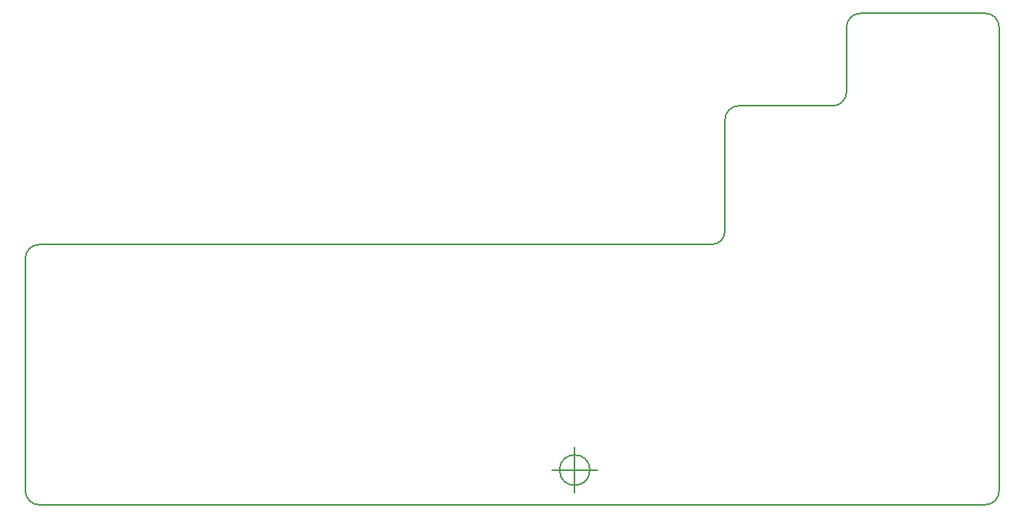
<source format=gbr>
G04 #@! TF.GenerationSoftware,KiCad,Pcbnew,(5.1.9)-1*
G04 #@! TF.CreationDate,2021-03-21T08:25:55+00:00*
G04 #@! TF.ProjectId,RGBtoHDMI Amiga Denise - solarmon,52474274-6f48-4444-9d49-20416d696761,1*
G04 #@! TF.SameCoordinates,Original*
G04 #@! TF.FileFunction,Profile,NP*
%FSLAX46Y46*%
G04 Gerber Fmt 4.6, Leading zero omitted, Abs format (unit mm)*
G04 Created by KiCad (PCBNEW (5.1.9)-1) date 2021-03-21 08:25:55*
%MOMM*%
%LPD*%
G01*
G04 APERTURE LIST*
G04 #@! TA.AperFunction,Profile*
%ADD10C,0.200000*%
G04 #@! TD*
G04 #@! TA.AperFunction,Profile*
%ADD11C,0.150000*%
G04 #@! TD*
G04 APERTURE END LIST*
D10*
X180213000Y-54102000D02*
G75*
G02*
X178689000Y-55626000I-1524000J0D01*
G01*
X180213000Y-41910000D02*
G75*
G02*
X181737000Y-40386000I1524000J0D01*
G01*
X193548000Y-38862000D02*
G75*
G02*
X192024000Y-40386000I-1524000J0D01*
G01*
X180213000Y-54102000D02*
X180213000Y-41910000D01*
X193548000Y-31750000D02*
G75*
G02*
X195072000Y-30226000I1524000J0D01*
G01*
X208788000Y-30226000D02*
G75*
G02*
X210312000Y-31750000I0J-1524000D01*
G01*
X210312000Y-82677000D02*
G75*
G02*
X208788000Y-84201000I-1524000J0D01*
G01*
X103378000Y-57150000D02*
G75*
G02*
X104902000Y-55626000I1524000J0D01*
G01*
X104902000Y-84201000D02*
G75*
G02*
X103378000Y-82677000I0J1524000D01*
G01*
X192024000Y-40386000D02*
X181737000Y-40386000D01*
X210312000Y-31750000D02*
X210312000Y-82677000D01*
X195072000Y-30226000D02*
X208788000Y-30226000D01*
X193548000Y-38862000D02*
X193548000Y-31750000D01*
D11*
X165369666Y-80391000D02*
G75*
G03*
X165369666Y-80391000I-1666666J0D01*
G01*
X161203000Y-80391000D02*
X166203000Y-80391000D01*
X163703000Y-77891000D02*
X163703000Y-82891000D01*
D10*
X208788000Y-84201000D02*
X104902000Y-84201000D01*
X178689000Y-55626000D02*
X104902000Y-55626000D01*
X103378000Y-57150000D02*
X103378000Y-82677000D01*
M02*

</source>
